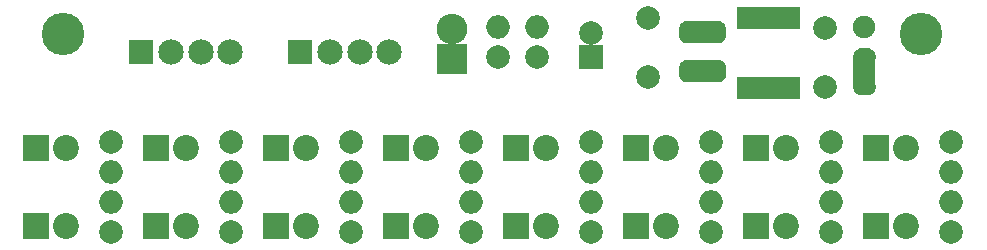
<source format=gbr>
G04 #@! TF.GenerationSoftware,KiCad,Pcbnew,(5.0.0-rc2-63-gd4393b281)*
G04 #@! TF.CreationDate,2018-06-20T11:48:03-07:00*
G04 #@! TF.ProjectId,IRSensorArray,495253656E736F7241727261792E6B69,rev?*
G04 #@! TF.SameCoordinates,Original*
G04 #@! TF.FileFunction,Soldermask,Top*
G04 #@! TF.FilePolarity,Negative*
%FSLAX46Y46*%
G04 Gerber Fmt 4.6, Leading zero omitted, Abs format (unit mm)*
G04 Created by KiCad (PCBNEW (5.0.0-rc2-63-gd4393b281)) date 06/20/18 11:48:03*
%MOMM*%
%LPD*%
G01*
G04 APERTURE LIST*
%ADD10C,2.200000*%
%ADD11R,2.200000X2.200000*%
%ADD12C,3.600000*%
%ADD13C,2.000000*%
%ADD14R,2.000000X2.000000*%
%ADD15C,1.900000*%
%ADD16O,2.000000X2.000000*%
%ADD17R,0.850000X1.900000*%
%ADD18R,2.150000X2.150000*%
%ADD19C,2.150000*%
%ADD20C,0.100000*%
%ADD21C,1.400000*%
%ADD22R,0.900000X1.900000*%
%ADD23R,1.400000X1.900000*%
%ADD24R,1.900000X0.900000*%
%ADD25R,1.900000X1.400000*%
%ADD26O,2.600000X2.600000*%
%ADD27R,2.600000X2.600000*%
G04 APERTURE END LIST*
D10*
G04 #@! TO.C,Q8*
X185166000Y-101981000D03*
D11*
X182626000Y-101981000D03*
G04 #@! TD*
D12*
G04 #@! TO.C,MH2*
X186436000Y-92329000D03*
G04 #@! TD*
D13*
G04 #@! TO.C,C1*
X178308000Y-91774000D03*
X178308000Y-96774000D03*
G04 #@! TD*
G04 #@! TO.C,C2*
X158496000Y-92234000D03*
D14*
X158496000Y-94234000D03*
G04 #@! TD*
D13*
G04 #@! TO.C,C4*
X163322000Y-95948500D03*
X163322000Y-90948500D03*
G04 #@! TD*
D10*
G04 #@! TO.C,D1*
X114046000Y-108585000D03*
D11*
X111506000Y-108585000D03*
G04 #@! TD*
G04 #@! TO.C,D2*
X152146000Y-108585000D03*
D10*
X154686000Y-108585000D03*
G04 #@! TD*
G04 #@! TO.C,D3*
X124206000Y-108585000D03*
D11*
X121666000Y-108585000D03*
G04 #@! TD*
G04 #@! TO.C,D4*
X162306000Y-108585000D03*
D10*
X164846000Y-108585000D03*
G04 #@! TD*
D11*
G04 #@! TO.C,D5*
X131826000Y-108585000D03*
D10*
X134366000Y-108585000D03*
G04 #@! TD*
G04 #@! TO.C,D6*
X175006000Y-108585000D03*
D11*
X172466000Y-108585000D03*
G04 #@! TD*
G04 #@! TO.C,D7*
X141986000Y-108585000D03*
D10*
X144526000Y-108585000D03*
G04 #@! TD*
D11*
G04 #@! TO.C,D8*
X182626000Y-108585000D03*
D10*
X185166000Y-108585000D03*
G04 #@! TD*
D15*
G04 #@! TO.C,J1*
X181610000Y-91694000D03*
G04 #@! TD*
D11*
G04 #@! TO.C,Q1*
X111506000Y-101981000D03*
D10*
X114046000Y-101981000D03*
G04 #@! TD*
D11*
G04 #@! TO.C,Q2*
X152146000Y-101981000D03*
D10*
X154686000Y-101981000D03*
G04 #@! TD*
D11*
G04 #@! TO.C,Q3*
X121666000Y-101981000D03*
D10*
X124206000Y-101981000D03*
G04 #@! TD*
G04 #@! TO.C,Q5*
X134366000Y-101981000D03*
D11*
X131826000Y-101981000D03*
G04 #@! TD*
D10*
G04 #@! TO.C,Q6*
X175006000Y-101981000D03*
D11*
X172466000Y-101981000D03*
G04 #@! TD*
D10*
G04 #@! TO.C,Q7*
X144526000Y-101981000D03*
D11*
X141986000Y-101981000D03*
G04 #@! TD*
D13*
G04 #@! TO.C,R1*
X153924000Y-94234000D03*
D16*
X153924000Y-91694000D03*
G04 #@! TD*
D13*
G04 #@! TO.C,R2*
X150622000Y-94234000D03*
D16*
X150622000Y-91694000D03*
G04 #@! TD*
D13*
G04 #@! TO.C,R3*
X117856000Y-109093000D03*
D16*
X117856000Y-106553000D03*
G04 #@! TD*
G04 #@! TO.C,R4*
X117856000Y-104013000D03*
D13*
X117856000Y-101473000D03*
G04 #@! TD*
D16*
G04 #@! TO.C,R5*
X158496000Y-106553000D03*
D13*
X158496000Y-109093000D03*
G04 #@! TD*
D16*
G04 #@! TO.C,R6*
X158496000Y-104013000D03*
D13*
X158496000Y-101473000D03*
G04 #@! TD*
G04 #@! TO.C,R7*
X128016000Y-109093000D03*
D16*
X128016000Y-106553000D03*
G04 #@! TD*
G04 #@! TO.C,R8*
X128016000Y-104013000D03*
D13*
X128016000Y-101473000D03*
G04 #@! TD*
G04 #@! TO.C,R9*
X168656000Y-109093000D03*
D16*
X168656000Y-106553000D03*
G04 #@! TD*
G04 #@! TO.C,R10*
X168656000Y-104013000D03*
D13*
X168656000Y-101473000D03*
G04 #@! TD*
G04 #@! TO.C,R11*
X138176000Y-109093000D03*
D16*
X138176000Y-106553000D03*
G04 #@! TD*
G04 #@! TO.C,R12*
X138176000Y-104013000D03*
D13*
X138176000Y-101473000D03*
G04 #@! TD*
G04 #@! TO.C,R13*
X178816000Y-109093000D03*
D16*
X178816000Y-106553000D03*
G04 #@! TD*
G04 #@! TO.C,R14*
X178816000Y-104013000D03*
D13*
X178816000Y-101473000D03*
G04 #@! TD*
G04 #@! TO.C,R15*
X148336000Y-109093000D03*
D16*
X148336000Y-106553000D03*
G04 #@! TD*
G04 #@! TO.C,R16*
X148336000Y-104013000D03*
D13*
X148336000Y-101473000D03*
G04 #@! TD*
G04 #@! TO.C,R17*
X188976000Y-109093000D03*
D16*
X188976000Y-106553000D03*
G04 #@! TD*
D13*
G04 #@! TO.C,R18*
X188976000Y-101473000D03*
D16*
X188976000Y-104013000D03*
G04 #@! TD*
D17*
G04 #@! TO.C,U1*
X171207000Y-90966500D03*
X171857000Y-90966500D03*
X172507000Y-90966500D03*
X173157000Y-90966500D03*
X173807000Y-90966500D03*
X174457000Y-90966500D03*
X175107000Y-90966500D03*
X175757000Y-90966500D03*
X175757000Y-96866500D03*
X175107000Y-96866500D03*
X174457000Y-96866500D03*
X173807000Y-96866500D03*
X173157000Y-96866500D03*
X172507000Y-96866500D03*
X171857000Y-96866500D03*
X171207000Y-96866500D03*
G04 #@! TD*
D18*
G04 #@! TO.C,J2*
X133858000Y-93853000D03*
D19*
X136358000Y-93853000D03*
X138858000Y-93853000D03*
X141358000Y-93853000D03*
G04 #@! TD*
G04 #@! TO.C,J3*
X127896000Y-93853000D03*
X125396000Y-93853000D03*
X122896000Y-93853000D03*
D18*
X120396000Y-93853000D03*
G04 #@! TD*
D20*
G04 #@! TO.C,JP1*
G36*
X166678613Y-94493871D02*
X166746564Y-94503950D01*
X166813200Y-94520642D01*
X166877879Y-94543784D01*
X166939979Y-94573155D01*
X166998900Y-94608471D01*
X167054076Y-94649393D01*
X167104976Y-94695525D01*
X167151108Y-94746425D01*
X167192030Y-94801601D01*
X167227346Y-94860522D01*
X167256717Y-94922622D01*
X167279859Y-94987301D01*
X167296551Y-95053937D01*
X167306630Y-95121888D01*
X167310001Y-95190500D01*
X167310001Y-95690500D01*
X167306630Y-95759112D01*
X167296551Y-95827063D01*
X167279859Y-95893699D01*
X167256717Y-95958378D01*
X167227346Y-96020478D01*
X167192030Y-96079399D01*
X167151108Y-96134575D01*
X167104976Y-96185475D01*
X167054076Y-96231607D01*
X166998900Y-96272529D01*
X166939979Y-96307845D01*
X166877879Y-96337216D01*
X166813200Y-96360358D01*
X166746564Y-96377050D01*
X166678613Y-96387129D01*
X166610001Y-96390500D01*
X166609999Y-96390500D01*
X166541387Y-96387129D01*
X166473436Y-96377050D01*
X166406800Y-96360358D01*
X166342121Y-96337216D01*
X166280021Y-96307845D01*
X166221100Y-96272529D01*
X166165924Y-96231607D01*
X166115024Y-96185475D01*
X166068892Y-96134575D01*
X166027970Y-96079399D01*
X165992654Y-96020478D01*
X165963283Y-95958378D01*
X165940141Y-95893699D01*
X165923449Y-95827063D01*
X165913370Y-95759112D01*
X165909999Y-95690500D01*
X165909999Y-95190500D01*
X165913370Y-95121888D01*
X165923449Y-95053937D01*
X165940141Y-94987301D01*
X165963283Y-94922622D01*
X165992654Y-94860522D01*
X166027970Y-94801601D01*
X166068892Y-94746425D01*
X166115024Y-94695525D01*
X166165924Y-94649393D01*
X166221100Y-94608471D01*
X166280021Y-94573155D01*
X166342121Y-94543784D01*
X166406800Y-94520642D01*
X166473436Y-94503950D01*
X166541387Y-94493871D01*
X166609999Y-94490500D01*
X166610001Y-94490500D01*
X166678613Y-94493871D01*
X166678613Y-94493871D01*
G37*
D21*
X166610000Y-95440500D03*
D22*
X166910000Y-95440500D03*
D23*
X167910000Y-95440500D03*
D20*
G36*
X169278613Y-94493871D02*
X169346564Y-94503950D01*
X169413200Y-94520642D01*
X169477879Y-94543784D01*
X169539979Y-94573155D01*
X169598900Y-94608471D01*
X169654076Y-94649393D01*
X169704976Y-94695525D01*
X169751108Y-94746425D01*
X169792030Y-94801601D01*
X169827346Y-94860522D01*
X169856717Y-94922622D01*
X169879859Y-94987301D01*
X169896551Y-95053937D01*
X169906630Y-95121888D01*
X169910001Y-95190500D01*
X169910001Y-95690500D01*
X169906630Y-95759112D01*
X169896551Y-95827063D01*
X169879859Y-95893699D01*
X169856717Y-95958378D01*
X169827346Y-96020478D01*
X169792030Y-96079399D01*
X169751108Y-96134575D01*
X169704976Y-96185475D01*
X169654076Y-96231607D01*
X169598900Y-96272529D01*
X169539979Y-96307845D01*
X169477879Y-96337216D01*
X169413200Y-96360358D01*
X169346564Y-96377050D01*
X169278613Y-96387129D01*
X169210001Y-96390500D01*
X169209999Y-96390500D01*
X169141387Y-96387129D01*
X169073436Y-96377050D01*
X169006800Y-96360358D01*
X168942121Y-96337216D01*
X168880021Y-96307845D01*
X168821100Y-96272529D01*
X168765924Y-96231607D01*
X168715024Y-96185475D01*
X168668892Y-96134575D01*
X168627970Y-96079399D01*
X168592654Y-96020478D01*
X168563283Y-95958378D01*
X168540141Y-95893699D01*
X168523449Y-95827063D01*
X168513370Y-95759112D01*
X168509999Y-95690500D01*
X168509999Y-95190500D01*
X168513370Y-95121888D01*
X168523449Y-95053937D01*
X168540141Y-94987301D01*
X168563283Y-94922622D01*
X168592654Y-94860522D01*
X168627970Y-94801601D01*
X168668892Y-94746425D01*
X168715024Y-94695525D01*
X168765924Y-94649393D01*
X168821100Y-94608471D01*
X168880021Y-94573155D01*
X168942121Y-94543784D01*
X169006800Y-94520642D01*
X169073436Y-94503950D01*
X169141387Y-94493871D01*
X169209999Y-94490500D01*
X169210001Y-94490500D01*
X169278613Y-94493871D01*
X169278613Y-94493871D01*
G37*
D21*
X169210000Y-95440500D03*
D22*
X168910000Y-95440500D03*
G04 #@! TD*
D20*
G04 #@! TO.C,JP2*
G36*
X181928612Y-96107370D02*
X181996563Y-96117449D01*
X182063199Y-96134141D01*
X182127878Y-96157283D01*
X182189978Y-96186654D01*
X182248899Y-96221970D01*
X182304075Y-96262892D01*
X182354975Y-96309024D01*
X182401107Y-96359924D01*
X182442029Y-96415100D01*
X182477345Y-96474021D01*
X182506716Y-96536121D01*
X182529858Y-96600800D01*
X182546550Y-96667436D01*
X182556629Y-96735387D01*
X182560000Y-96803999D01*
X182560000Y-96804001D01*
X182556629Y-96872613D01*
X182546550Y-96940564D01*
X182529858Y-97007200D01*
X182506716Y-97071879D01*
X182477345Y-97133979D01*
X182442029Y-97192900D01*
X182401107Y-97248076D01*
X182354975Y-97298976D01*
X182304075Y-97345108D01*
X182248899Y-97386030D01*
X182189978Y-97421346D01*
X182127878Y-97450717D01*
X182063199Y-97473859D01*
X181996563Y-97490551D01*
X181928612Y-97500630D01*
X181860000Y-97504001D01*
X181360000Y-97504001D01*
X181291388Y-97500630D01*
X181223437Y-97490551D01*
X181156801Y-97473859D01*
X181092122Y-97450717D01*
X181030022Y-97421346D01*
X180971101Y-97386030D01*
X180915925Y-97345108D01*
X180865025Y-97298976D01*
X180818893Y-97248076D01*
X180777971Y-97192900D01*
X180742655Y-97133979D01*
X180713284Y-97071879D01*
X180690142Y-97007200D01*
X180673450Y-96940564D01*
X180663371Y-96872613D01*
X180660000Y-96804001D01*
X180660000Y-96803999D01*
X180663371Y-96735387D01*
X180673450Y-96667436D01*
X180690142Y-96600800D01*
X180713284Y-96536121D01*
X180742655Y-96474021D01*
X180777971Y-96415100D01*
X180818893Y-96359924D01*
X180865025Y-96309024D01*
X180915925Y-96262892D01*
X180971101Y-96221970D01*
X181030022Y-96186654D01*
X181092122Y-96157283D01*
X181156801Y-96134141D01*
X181223437Y-96117449D01*
X181291388Y-96107370D01*
X181360000Y-96103999D01*
X181860000Y-96103999D01*
X181928612Y-96107370D01*
X181928612Y-96107370D01*
G37*
D21*
X181610000Y-96804000D03*
D24*
X181610000Y-96504000D03*
D25*
X181610000Y-95504000D03*
D20*
G36*
X181928612Y-93507370D02*
X181996563Y-93517449D01*
X182063199Y-93534141D01*
X182127878Y-93557283D01*
X182189978Y-93586654D01*
X182248899Y-93621970D01*
X182304075Y-93662892D01*
X182354975Y-93709024D01*
X182401107Y-93759924D01*
X182442029Y-93815100D01*
X182477345Y-93874021D01*
X182506716Y-93936121D01*
X182529858Y-94000800D01*
X182546550Y-94067436D01*
X182556629Y-94135387D01*
X182560000Y-94203999D01*
X182560000Y-94204001D01*
X182556629Y-94272613D01*
X182546550Y-94340564D01*
X182529858Y-94407200D01*
X182506716Y-94471879D01*
X182477345Y-94533979D01*
X182442029Y-94592900D01*
X182401107Y-94648076D01*
X182354975Y-94698976D01*
X182304075Y-94745108D01*
X182248899Y-94786030D01*
X182189978Y-94821346D01*
X182127878Y-94850717D01*
X182063199Y-94873859D01*
X181996563Y-94890551D01*
X181928612Y-94900630D01*
X181860000Y-94904001D01*
X181360000Y-94904001D01*
X181291388Y-94900630D01*
X181223437Y-94890551D01*
X181156801Y-94873859D01*
X181092122Y-94850717D01*
X181030022Y-94821346D01*
X180971101Y-94786030D01*
X180915925Y-94745108D01*
X180865025Y-94698976D01*
X180818893Y-94648076D01*
X180777971Y-94592900D01*
X180742655Y-94533979D01*
X180713284Y-94471879D01*
X180690142Y-94407200D01*
X180673450Y-94340564D01*
X180663371Y-94272613D01*
X180660000Y-94204001D01*
X180660000Y-94203999D01*
X180663371Y-94135387D01*
X180673450Y-94067436D01*
X180690142Y-94000800D01*
X180713284Y-93936121D01*
X180742655Y-93874021D01*
X180777971Y-93815100D01*
X180818893Y-93759924D01*
X180865025Y-93709024D01*
X180915925Y-93662892D01*
X180971101Y-93621970D01*
X181030022Y-93586654D01*
X181092122Y-93557283D01*
X181156801Y-93534141D01*
X181223437Y-93517449D01*
X181291388Y-93507370D01*
X181360000Y-93503999D01*
X181860000Y-93503999D01*
X181928612Y-93507370D01*
X181928612Y-93507370D01*
G37*
D21*
X181610000Y-94204000D03*
D24*
X181610000Y-94504000D03*
G04 #@! TD*
D22*
G04 #@! TO.C,JP3*
X168894000Y-92138500D03*
D20*
G36*
X169262613Y-91191871D02*
X169330564Y-91201950D01*
X169397200Y-91218642D01*
X169461879Y-91241784D01*
X169523979Y-91271155D01*
X169582900Y-91306471D01*
X169638076Y-91347393D01*
X169688976Y-91393525D01*
X169735108Y-91444425D01*
X169776030Y-91499601D01*
X169811346Y-91558522D01*
X169840717Y-91620622D01*
X169863859Y-91685301D01*
X169880551Y-91751937D01*
X169890630Y-91819888D01*
X169894001Y-91888500D01*
X169894001Y-92388500D01*
X169890630Y-92457112D01*
X169880551Y-92525063D01*
X169863859Y-92591699D01*
X169840717Y-92656378D01*
X169811346Y-92718478D01*
X169776030Y-92777399D01*
X169735108Y-92832575D01*
X169688976Y-92883475D01*
X169638076Y-92929607D01*
X169582900Y-92970529D01*
X169523979Y-93005845D01*
X169461879Y-93035216D01*
X169397200Y-93058358D01*
X169330564Y-93075050D01*
X169262613Y-93085129D01*
X169194001Y-93088500D01*
X169193999Y-93088500D01*
X169125387Y-93085129D01*
X169057436Y-93075050D01*
X168990800Y-93058358D01*
X168926121Y-93035216D01*
X168864021Y-93005845D01*
X168805100Y-92970529D01*
X168749924Y-92929607D01*
X168699024Y-92883475D01*
X168652892Y-92832575D01*
X168611970Y-92777399D01*
X168576654Y-92718478D01*
X168547283Y-92656378D01*
X168524141Y-92591699D01*
X168507449Y-92525063D01*
X168497370Y-92457112D01*
X168493999Y-92388500D01*
X168493999Y-91888500D01*
X168497370Y-91819888D01*
X168507449Y-91751937D01*
X168524141Y-91685301D01*
X168547283Y-91620622D01*
X168576654Y-91558522D01*
X168611970Y-91499601D01*
X168652892Y-91444425D01*
X168699024Y-91393525D01*
X168749924Y-91347393D01*
X168805100Y-91306471D01*
X168864021Y-91271155D01*
X168926121Y-91241784D01*
X168990800Y-91218642D01*
X169057436Y-91201950D01*
X169125387Y-91191871D01*
X169193999Y-91188500D01*
X169194001Y-91188500D01*
X169262613Y-91191871D01*
X169262613Y-91191871D01*
G37*
D21*
X169194000Y-92138500D03*
D23*
X167894000Y-92138500D03*
D22*
X166894000Y-92138500D03*
D20*
G36*
X166662613Y-91191871D02*
X166730564Y-91201950D01*
X166797200Y-91218642D01*
X166861879Y-91241784D01*
X166923979Y-91271155D01*
X166982900Y-91306471D01*
X167038076Y-91347393D01*
X167088976Y-91393525D01*
X167135108Y-91444425D01*
X167176030Y-91499601D01*
X167211346Y-91558522D01*
X167240717Y-91620622D01*
X167263859Y-91685301D01*
X167280551Y-91751937D01*
X167290630Y-91819888D01*
X167294001Y-91888500D01*
X167294001Y-92388500D01*
X167290630Y-92457112D01*
X167280551Y-92525063D01*
X167263859Y-92591699D01*
X167240717Y-92656378D01*
X167211346Y-92718478D01*
X167176030Y-92777399D01*
X167135108Y-92832575D01*
X167088976Y-92883475D01*
X167038076Y-92929607D01*
X166982900Y-92970529D01*
X166923979Y-93005845D01*
X166861879Y-93035216D01*
X166797200Y-93058358D01*
X166730564Y-93075050D01*
X166662613Y-93085129D01*
X166594001Y-93088500D01*
X166593999Y-93088500D01*
X166525387Y-93085129D01*
X166457436Y-93075050D01*
X166390800Y-93058358D01*
X166326121Y-93035216D01*
X166264021Y-93005845D01*
X166205100Y-92970529D01*
X166149924Y-92929607D01*
X166099024Y-92883475D01*
X166052892Y-92832575D01*
X166011970Y-92777399D01*
X165976654Y-92718478D01*
X165947283Y-92656378D01*
X165924141Y-92591699D01*
X165907449Y-92525063D01*
X165897370Y-92457112D01*
X165893999Y-92388500D01*
X165893999Y-91888500D01*
X165897370Y-91819888D01*
X165907449Y-91751937D01*
X165924141Y-91685301D01*
X165947283Y-91620622D01*
X165976654Y-91558522D01*
X166011970Y-91499601D01*
X166052892Y-91444425D01*
X166099024Y-91393525D01*
X166149924Y-91347393D01*
X166205100Y-91306471D01*
X166264021Y-91271155D01*
X166326121Y-91241784D01*
X166390800Y-91218642D01*
X166457436Y-91201950D01*
X166525387Y-91191871D01*
X166593999Y-91188500D01*
X166594001Y-91188500D01*
X166662613Y-91191871D01*
X166662613Y-91191871D01*
G37*
D21*
X166594000Y-92138500D03*
G04 #@! TD*
D12*
G04 #@! TO.C,MH1*
X113792000Y-92329000D03*
G04 #@! TD*
D10*
G04 #@! TO.C,Q4*
X164846000Y-101981000D03*
D11*
X162306000Y-101981000D03*
G04 #@! TD*
D26*
G04 #@! TO.C,D9*
X146710400Y-91846400D03*
D27*
X146710400Y-94386400D03*
G04 #@! TD*
M02*

</source>
